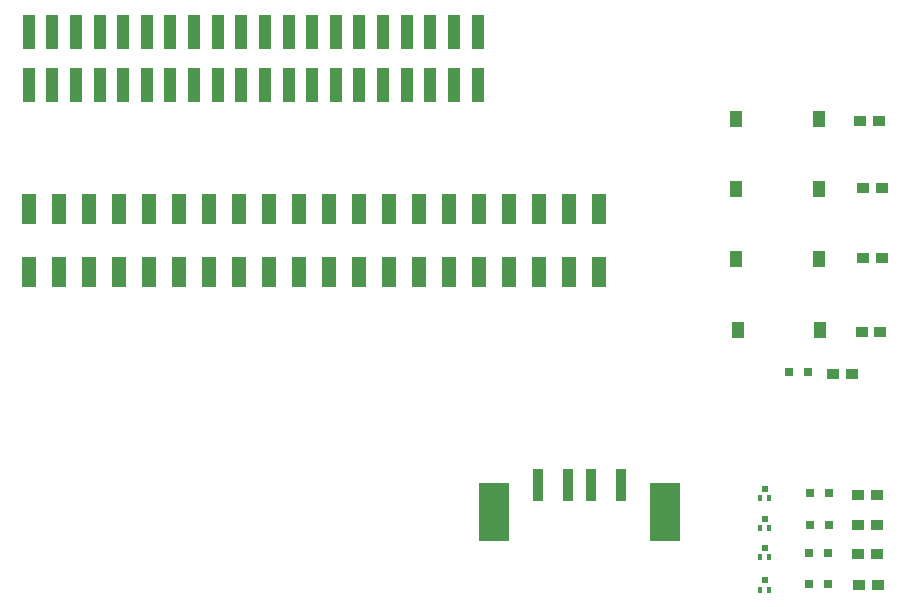
<source format=gtp>
G04 Layer_Color=8421504*
%FSLAX42Y42*%
%MOMM*%
G71*
G01*
G75*
%ADD10R,0.37X0.50*%
%ADD11R,0.47X0.50*%
%ADD12R,1.00X1.40*%
%ADD13R,1.00X0.95*%
%ADD14R,1.00X3.00*%
%ADD15R,0.80X0.80*%
%ADD16R,2.50X5.00*%
%ADD17R,0.90X2.80*%
%ADD18R,1.20X2.50*%
D10*
X8271Y1507D02*
D03*
X8191D02*
D03*
Y1781D02*
D03*
X8271D02*
D03*
Y2027D02*
D03*
X8191D02*
D03*
Y2283D02*
D03*
X8271D02*
D03*
D11*
X8231Y1588D02*
D03*
Y1861D02*
D03*
Y2108D02*
D03*
Y2362D02*
D03*
D12*
X7991Y4898D02*
D03*
X8691D02*
D03*
X7991Y5488D02*
D03*
X8691D02*
D03*
X7991Y4308D02*
D03*
X8691D02*
D03*
X8001Y3708D02*
D03*
X8701D02*
D03*
D13*
X9201Y5478D02*
D03*
X9041D02*
D03*
X9221Y4908D02*
D03*
X9061D02*
D03*
X9211Y3688D02*
D03*
X9051D02*
D03*
X9185Y2311D02*
D03*
X9025D02*
D03*
X9221Y4318D02*
D03*
X9061D02*
D03*
X9185Y2050D02*
D03*
X9025D02*
D03*
X8967Y3336D02*
D03*
X8807D02*
D03*
X9185Y1811D02*
D03*
X9025D02*
D03*
X9187Y1550D02*
D03*
X9027D02*
D03*
D14*
X2000Y6225D02*
D03*
Y5775D02*
D03*
X2200Y6225D02*
D03*
Y5775D02*
D03*
X2400Y6225D02*
D03*
Y5775D02*
D03*
X2600Y6225D02*
D03*
Y5775D02*
D03*
X2800Y6225D02*
D03*
Y5775D02*
D03*
X3000Y6225D02*
D03*
Y5775D02*
D03*
X3200Y6225D02*
D03*
Y5775D02*
D03*
X3400Y6225D02*
D03*
Y5775D02*
D03*
X3600Y6225D02*
D03*
Y5775D02*
D03*
X3800Y6225D02*
D03*
Y5775D02*
D03*
X4000Y6225D02*
D03*
Y5775D02*
D03*
X4200Y6225D02*
D03*
Y5775D02*
D03*
X4400Y6225D02*
D03*
Y5775D02*
D03*
X4600Y6225D02*
D03*
Y5775D02*
D03*
X4800Y6225D02*
D03*
Y5775D02*
D03*
X5000Y6225D02*
D03*
Y5775D02*
D03*
X5200Y6225D02*
D03*
Y5775D02*
D03*
X5400Y6225D02*
D03*
Y5775D02*
D03*
X5600Y6225D02*
D03*
Y5775D02*
D03*
X5800Y6225D02*
D03*
Y5775D02*
D03*
D15*
X8605Y1551D02*
D03*
X8765D02*
D03*
X8597Y3346D02*
D03*
X8437D02*
D03*
X8775Y2321D02*
D03*
X8615D02*
D03*
X8775Y2051D02*
D03*
X8615D02*
D03*
X8765Y1821D02*
D03*
X8605D02*
D03*
D16*
X7387Y2165D02*
D03*
X5937D02*
D03*
D17*
X6312Y2390D02*
D03*
X6562D02*
D03*
X6762D02*
D03*
X7012D02*
D03*
D18*
X2000Y4726D02*
D03*
Y4200D02*
D03*
X2254Y4726D02*
D03*
Y4200D02*
D03*
X2508Y4726D02*
D03*
Y4200D02*
D03*
X2762Y4726D02*
D03*
Y4200D02*
D03*
X3016Y4726D02*
D03*
Y4200D02*
D03*
X3270Y4726D02*
D03*
Y4200D02*
D03*
X3524Y4726D02*
D03*
Y4200D02*
D03*
X3778Y4726D02*
D03*
Y4200D02*
D03*
X4032Y4726D02*
D03*
Y4200D02*
D03*
X4286Y4726D02*
D03*
Y4200D02*
D03*
X4540Y4726D02*
D03*
Y4200D02*
D03*
X4794Y4726D02*
D03*
Y4200D02*
D03*
X5048Y4726D02*
D03*
Y4200D02*
D03*
X5302Y4726D02*
D03*
Y4200D02*
D03*
X5556Y4726D02*
D03*
Y4200D02*
D03*
X5810Y4726D02*
D03*
Y4200D02*
D03*
X6064Y4726D02*
D03*
Y4200D02*
D03*
X6318Y4726D02*
D03*
Y4200D02*
D03*
X6572Y4726D02*
D03*
Y4200D02*
D03*
X6826Y4726D02*
D03*
Y4200D02*
D03*
M02*

</source>
